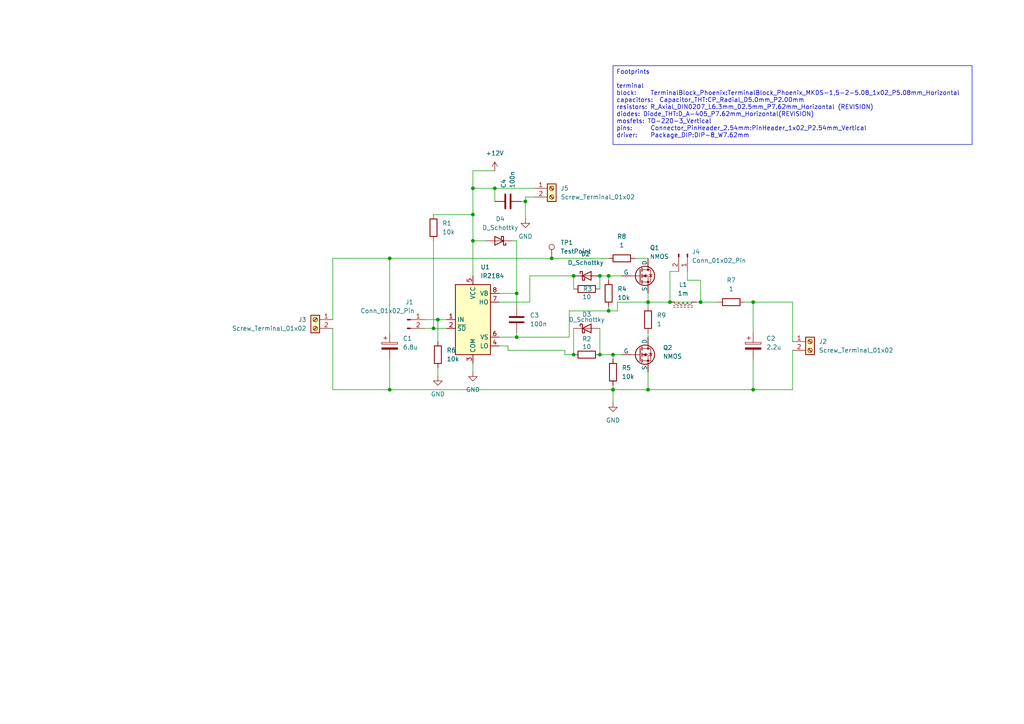
<source format=kicad_sch>
(kicad_sch (version 20250114) (generator "eeschema") (generator_version "9.0")
  (paper "A4")
  (lib_symbols
    (symbol "Connector:Conn_01x02_Pin" (pin_names (offset 1.016) (hide yes))
      (property "Reference" "J" (at 0 2.54 0))
      (property "Value" "Conn_01x02_Pin" (at 0 -5.08 0))
      (symbol "Conn_01x02_Pin_1_1"
        (rectangle (start 0.8636 0.127) (end 0 -0.127) (stroke (width 0.1524)) (fill (type outline)))
        (rectangle (start 0.8636 -2.413) (end 0 -2.667) (stroke (width 0.1524)) (fill (type outline)))
        (polyline (pts (xy 1.27 0) (xy 0.8636 0)) (stroke (width 0.1524)))
        (polyline (pts (xy 1.27 -2.54) (xy 0.8636 -2.54)) (stroke (width 0.1524)))
        (pin passive line (at 5.08 0 180) (length 3.81) (name "Pin_1") (number "1"))
        (pin passive line (at 5.08 -2.54 180) (length 3.81) (name "Pin_2") (number "2"))
      )
    )
    (symbol "Connector:Screw_Terminal_01x02" (pin_names (offset 1.016) (hide yes))
      (property "Reference" "J" (at 0 2.54 0))
      (property "Value" "Screw_Terminal_01x02" (at 0 -5.08 0))
      (symbol "Screw_Terminal_01x02_1_1"
        (rectangle (start -1.27 1.27) (end 1.27 -3.81) (stroke (width 0.254)) (fill (type background)))
        (polyline (pts (xy -0.5334 0.3302) (xy 0.3302 -0.508)) (stroke (width 0.1524)))
        (polyline (pts (xy -0.5334 -2.2098) (xy 0.3302 -3.048)) (stroke (width 0.1524)))
        (polyline (pts (xy -0.3556 0.508) (xy 0.508 -0.3302)) (stroke (width 0.1524)))
        (polyline (pts (xy -0.3556 -2.032) (xy 0.508 -2.8702)) (stroke (width 0.1524)))
        (circle (center 0 0) (radius 0.635) (stroke (width 0.1524)))
        (circle (center 0 -2.54) (radius 0.635) (stroke (width 0.1524)))
        (pin passive line (at -5.08 0 0) (length 3.81) (name "Pin_1") (number "1"))
        (pin passive line (at -5.08 -2.54 0) (length 3.81) (name "Pin_2") (number "2"))
      )
    )
    (symbol "Connector:TestPoint" (pin_numbers (hide yes)) (pin_names (offset 0.762) (hide yes))
      (property "Reference" "TP" (at 0 6.858 0))
      (property "Value" "TestPoint" (at 0 5.08 0))
      (symbol "TestPoint_0_1"
        (circle (center 0 3.302) (radius 0.762))
      )
      (symbol "TestPoint_1_1"
        (pin passive line (at 0 0 90) (length 2.54) (name "1") (number "1"))
      )
    )
    (symbol "Device:C" (pin_numbers (hide yes)) (pin_names (offset 0.254))
      (property "Reference" "C" (at 0.635 2.54 0))
      (property "Value" "C" (at 0.635 -2.54 0))
      (symbol "C_0_1"
        (polyline (pts (xy -2.032 0.762) (xy 2.032 0.762)) (stroke (width 0.508)))
        (polyline (pts (xy -2.032 -0.762) (xy 2.032 -0.762)) (stroke (width 0.508)))
      )
      (symbol "C_1_1"
        (pin passive line (at 0 3.81 270) (length 2.794) (name "~") (number "1"))
        (pin passive line (at 0 -3.81 90) (length 2.794) (name "~") (number "2"))
      )
    )
    (symbol "Device:C_Polarized" (pin_numbers (hide yes)) (pin_names (offset 0.254))
      (property "Reference" "C" (at 0.635 2.54 0))
      (property "Value" "C_Polarized" (at 0.635 -2.54 0))
      (symbol "C_Polarized_0_1"
        (rectangle (start -2.286 0.508) (end 2.286 1.016))
        (polyline (pts (xy -1.778 2.286) (xy -0.762 2.286)))
        (polyline (pts (xy -1.27 2.794) (xy -1.27 1.778)))
        (rectangle (start 2.286 -0.508) (end -2.286 -1.016) (fill (type outline)))
      )
      (symbol "C_Polarized_1_1"
        (pin passive line (at 0 3.81 270) (length 2.794) (name "~") (number "1"))
        (pin passive line (at 0 -3.81 90) (length 2.794) (name "~") (number "2"))
      )
    )
    (symbol "Device:D_Schottky" (pin_numbers (hide yes)) (pin_names (offset 1.016) (hide yes))
      (property "Reference" "D" (at 0 2.54 0))
      (property "Value" "D_Schottky" (at 0 -2.54 0))
      (symbol "D_Schottky_0_1"
        (polyline (pts (xy -1.905 0.635) (xy -1.905 1.27) (xy -1.27 1.27) (xy -1.27 -1.27) (xy -0.635 -1.27) (xy -0.635 -0.635)) (stroke (width 0.254)))
        (polyline (pts (xy 1.27 1.27) (xy 1.27 -1.27) (xy -1.27 0) (xy 1.27 1.27)) (stroke (width 0.254)))
        (polyline (pts (xy 1.27 0) (xy -1.27 0)))
      )
      (symbol "D_Schottky_1_1"
        (pin passive line (at -3.81 0 0) (length 2.54) (name "K") (number "1"))
        (pin passive line (at 3.81 0 180) (length 2.54) (name "A") (number "2"))
      )
    )
    (symbol "Device:L_Ferrite" (pin_numbers (hide yes)) (pin_names (offset 1.016) (hide yes))
      (property "Reference" "L" (at -1.27 0 90))
      (property "Value" "L_Ferrite" (at 2.794 0 90))
      (symbol "L_Ferrite_0_1"
        (arc (start 0 2.54) (mid 0.6323 1.905) (end 0 1.27))
        (arc (start 0 1.27) (mid 0.6323 0.635) (end 0 0))
        (arc (start 0 0) (mid 0.6323 -0.635) (end 0 -1.27))
        (arc (start 0 -1.27) (mid 0.6323 -1.905) (end 0 -2.54))
        (polyline (pts (xy 1.016 2.286) (xy 1.016 2.794)))
        (polyline (pts (xy 1.016 1.27) (xy 1.016 1.778)))
        (polyline (pts (xy 1.016 0.254) (xy 1.016 0.762)))
        (polyline (pts (xy 1.016 -0.762) (xy 1.016 -0.254)))
        (polyline (pts (xy 1.016 -1.778) (xy 1.016 -1.27)))
        (polyline (pts (xy 1.016 -2.794) (xy 1.016 -2.286)))
        (polyline (pts (xy 1.524 2.794) (xy 1.524 2.286)))
        (polyline (pts (xy 1.524 1.778) (xy 1.524 1.27)))
        (polyline (pts (xy 1.524 0.762) (xy 1.524 0.254)))
        (polyline (pts (xy 1.524 -0.254) (xy 1.524 -0.762)))
        (polyline (pts (xy 1.524 -1.27) (xy 1.524 -1.778)))
        (polyline (pts (xy 1.524 -2.286) (xy 1.524 -2.794)))
      )
      (symbol "L_Ferrite_1_1"
        (pin passive line (at 0 3.81 270) (length 1.27) (name "1") (number "1"))
        (pin passive line (at 0 -3.81 90) (length 1.27) (name "2") (number "2"))
      )
    )
    (symbol "Device:R" (pin_numbers (hide yes)) (pin_names (offset 0))
      (property "Reference" "R" (at 2.032 0 90))
      (property "Value" "R" (at 0 0 90))
      (symbol "R_0_1"
        (rectangle (start -1.016 -2.54) (end 1.016 2.54) (stroke (width 0.254)))
      )
      (symbol "R_1_1"
        (pin passive line (at 0 3.81 270) (length 1.27) (name "~") (number "1"))
        (pin passive line (at 0 -3.81 90) (length 1.27) (name "~") (number "2"))
      )
    )
    (symbol "Driver_FET:IR2184"
      (property "Reference" "U" (at 1.27 13.335 0))
      (property "Value" "IR2184" (at 1.27 11.43 0))
      (symbol "IR2184_0_1"
        (rectangle (start -5.08 -10.16) (end 5.08 10.16) (stroke (width 0.254)) (fill (type background)))
      )
      (symbol "IR2184_1_1"
        (pin input line (at -7.62 0 0) (length 2.54) (name "IN") (number "1"))
        (pin input line (at -7.62 -2.54 0) (length 2.54) (name "~{SD}") (number "2"))
        (pin power_in line (at 0 12.7 270) (length 2.54) (name "VCC") (number "5"))
        (pin power_in line (at 0 -12.7 90) (length 2.54) (name "COM") (number "3"))
        (pin passive line (at 7.62 7.62 180) (length 2.54) (name "VB") (number "8"))
        (pin output line (at 7.62 5.08 180) (length 2.54) (name "HO") (number "7"))
        (pin passive line (at 7.62 -5.08 180) (length 2.54) (name "VS") (number "6"))
        (pin output line (at 7.62 -7.62 180) (length 2.54) (name "LO") (number "4"))
      )
    )
    (symbol "Simulation_SPICE:NMOS" (pin_numbers (hide yes)) (pin_names (offset 0))
      (property "Reference" "Q" (at 5.08 1.27 0))
      (property "Value" "NMOS" (at 5.08 -1.27 0))
      (symbol "NMOS_0_1"
        (polyline (pts (xy 0.254 1.905) (xy 0.254 -1.905)) (stroke (width 0.254)))
        (polyline (pts (xy 0.254 0) (xy -2.54 0)))
        (polyline (pts (xy 0.762 2.286) (xy 0.762 1.27)) (stroke (width 0.254)))
        (polyline (pts (xy 0.762 0.508) (xy 0.762 -0.508)) (stroke (width 0.254)))
        (polyline (pts (xy 0.762 -1.27) (xy 0.762 -2.286)) (stroke (width 0.254)))
        (polyline (pts (xy 0.762 -1.778) (xy 3.302 -1.778) (xy 3.302 1.778) (xy 0.762 1.778)))
        (polyline (pts (xy 1.016 0) (xy 2.032 0.381) (xy 2.032 -0.381) (xy 1.016 0)) (fill (type outline)))
        (circle (center 1.651 0) (radius 2.794) (stroke (width 0.254)))
        (polyline (pts (xy 2.54 2.54) (xy 2.54 1.778)))
        (circle (center 2.54 1.778) (radius 0.254) (fill (type outline)))
        (circle (center 2.54 -1.778) (radius 0.254) (fill (type outline)))
        (polyline (pts (xy 2.54 -2.54) (xy 2.54 0) (xy 0.762 0)))
        (polyline (pts (xy 2.794 0.508) (xy 2.921 0.381) (xy 3.683 0.381) (xy 3.81 0.254)))
        (polyline (pts (xy 3.302 0.381) (xy 2.921 -0.254) (xy 3.683 -0.254) (xy 3.302 0.381)))
      )
      (symbol "NMOS_1_1"
        (pin input line (at -5.08 0 0) (length 2.54) (name "G") (number "2"))
        (pin passive line (at 2.54 5.08 270) (length 2.54) (name "D") (number "1"))
        (pin passive line (at 2.54 -5.08 90) (length 2.54) (name "S") (number "3"))
      )
    )
    (symbol "power:+12V" (power) (pin_numbers (hide yes)) (pin_names (offset 0) (hide yes))
      (property "Value" "+12V" (at 0 3.556 0))
      (symbol "+12V_0_1"
        (polyline (pts (xy -0.762 1.27) (xy 0 2.54)))
        (polyline (pts (xy 0 2.54) (xy 0.762 1.27)))
        (polyline (pts (xy 0 0) (xy 0 2.54)))
      )
      (symbol "+12V_1_1"
        (pin power_in line (at 0 0 90) (length 0) (name "~") (number "1"))
      )
    )
    (symbol "power:GND" (power) (pin_numbers (hide yes)) (pin_names (offset 0) (hide yes))
      (property "Value" "GND" (at 0 -3.81 0))
      (symbol "GND_0_1"
        (polyline (pts (xy 0 0) (xy 0 -1.27) (xy 1.27 -1.27) (xy 0 -2.54) (xy -1.27 -1.27) (xy 0 -1.27)))
      )
      (symbol "GND_1_1"
        (pin power_in line (at 0 0 270) (length 0) (name "~") (number "1"))
      )
    )
  )
  (text_box "Footprints \n\nterminal block:	TerminalBlock_Phoenix:TerminalBlock_Phoenix_MKDS-1,5-2-5.08_1x02_P5.08mm_Horizontal \ncapacitors:  Capacitor_THT:CP_Radial_D5.0mm_P2.00mm \nresistors: R_Axial_DIN0207_L6.3mm_D2.5mm_P7.62mm_Horizontal (REVISION)\ndiodes: Diode_THT:D_A-405_P7.62mm_Horizontal(REVISION)\nmosfets: TO-220-3_Vertical\npins:	Connector_PinHeader_2.54mm:PinHeader_1x02_P2.54mm_Vertical\ndriver:	Package_DIP:DIP-8_W7.62mm" (at 177.8 19.05 0) (size 104.14 22.86) (margins 0.9525 0.9525 0.9525 0.9525) (effects (font (size 1.27 1.27)) (justify left top)))
  (junction (at 127 92.71))
  (junction (at 125.73 95.25))
  (junction (at 218.44 87.63))
  (junction (at 137.16 62.23))
  (junction (at 143.51 54.61))
  (junction (at 166.37 80.01))
  (junction (at 160.02 74.93))
  (junction (at 187.96 113.03))
  (junction (at 113.03 113.03))
  (junction (at 194.31 87.63))
  (junction (at 177.8 113.03))
  (junction (at 137.16 54.61))
  (junction (at 152.4 58.42))
  (junction (at 113.03 74.93))
  (junction (at 187.96 87.63))
  (junction (at 173.99 80.01))
  (junction (at 137.16 69.85))
  (junction (at 218.44 113.03))
  (junction (at 149.86 85.09))
  (junction (at 149.86 97.79))
  (junction (at 176.53 80.01))
  (junction (at 203.2 87.63))
  (junction (at 173.99 102.87))
  (junction (at 176.53 90.17))
  (junction (at 166.37 102.87))
  (junction (at 177.8 102.87))
  (wire (pts (xy 187.96 107.95) (xy 187.96 113.03)))
  (wire (pts (xy 177.8 113.03) (xy 177.8 116.84)))
  (wire (pts (xy 229.87 99.06) (xy 229.87 87.63)))
  (wire (pts (xy 127 92.71) (xy 129.54 92.71)))
  (wire (pts (xy 176.53 80.01) (xy 173.99 80.01)))
  (wire (pts (xy 144.78 87.63) (xy 153.67 87.63)))
  (wire (pts (xy 123.19 92.71) (xy 127 92.71)))
  (wire (pts (xy 149.86 97.79) (xy 165.1 97.79)))
  (wire (pts (xy 194.31 78.74) (xy 194.31 87.63)))
  (wire (pts (xy 143.51 54.61) (xy 154.94 54.61)))
  (wire (pts (xy 199.39 78.74) (xy 199.39 81.28)))
  (wire (pts (xy 166.37 95.25) (xy 166.37 102.87)))
  (wire (pts (xy 176.53 81.28) (xy 176.53 80.01)))
  (wire (pts (xy 203.2 81.28) (xy 203.2 87.63)))
  (wire (pts (xy 187.96 87.63) (xy 187.96 88.9)))
  (wire (pts (xy 144.78 97.79) (xy 149.86 97.79)))
  (wire (pts (xy 196.85 78.74) (xy 194.31 78.74)))
  (wire (pts (xy 200.66 87.63) (xy 194.31 87.63)))
  (wire (pts (xy 151.13 58.42) (xy 152.4 58.42)))
  (wire (pts (xy 152.4 57.15) (xy 154.94 57.15)))
  (wire (pts (xy 187.96 87.63) (xy 194.31 87.63)))
  (wire (pts (xy 177.8 113.03) (xy 187.96 113.03)))
  (wire (pts (xy 96.52 113.03) (xy 113.03 113.03)))
  (wire (pts (xy 137.16 69.85) (xy 140.97 69.85)))
  (wire (pts (xy 173.99 95.25) (xy 173.99 102.87)))
  (wire (pts (xy 218.44 87.63) (xy 218.44 96.52)))
  (wire (pts (xy 127 109.22) (xy 127 106.68)))
  (wire (pts (xy 149.86 69.85) (xy 149.86 85.09)))
  (wire (pts (xy 229.87 113.03) (xy 218.44 113.03)))
  (wire (pts (xy 137.16 54.61) (xy 137.16 62.23)))
  (wire (pts (xy 173.99 102.87) (xy 177.8 102.87)))
  (wire (pts (xy 96.52 74.93) (xy 96.52 92.71)))
  (wire (pts (xy 125.73 69.85) (xy 125.73 95.25)))
  (wire (pts (xy 165.1 90.17) (xy 176.53 90.17)))
  (wire (pts (xy 179.07 87.63) (xy 187.96 87.63)))
  (wire (pts (xy 215.9 87.63) (xy 218.44 87.63)))
  (wire (pts (xy 149.86 96.52) (xy 149.86 97.79)))
  (wire (pts (xy 143.51 54.61) (xy 143.51 58.42)))
  (wire (pts (xy 127 92.71) (xy 127 99.06)))
  (wire (pts (xy 148.59 69.85) (xy 149.86 69.85)))
  (wire (pts (xy 113.03 74.93) (xy 113.03 96.52)))
  (wire (pts (xy 165.1 97.79) (xy 165.1 90.17)))
  (wire (pts (xy 144.78 85.09) (xy 149.86 85.09)))
  (wire (pts (xy 125.73 62.23) (xy 137.16 62.23)))
  (wire (pts (xy 137.16 54.61) (xy 143.51 54.61)))
  (wire (pts (xy 137.16 69.85) (xy 137.16 80.01)))
  (wire (pts (xy 176.53 88.9) (xy 176.53 90.17)))
  (wire (pts (xy 177.8 102.87) (xy 180.34 102.87)))
  (wire (pts (xy 125.73 95.25) (xy 129.54 95.25)))
  (wire (pts (xy 184.15 74.93) (xy 187.96 74.93)))
  (wire (pts (xy 137.16 49.53) (xy 137.16 54.61)))
  (wire (pts (xy 147.32 100.33) (xy 147.32 101.6)))
  (wire (pts (xy 229.87 101.6) (xy 229.87 113.03)))
  (wire (pts (xy 179.07 90.17) (xy 179.07 87.63)))
  (wire (pts (xy 153.67 87.63) (xy 153.67 80.01)))
  (wire (pts (xy 218.44 104.14) (xy 218.44 113.03)))
  (wire (pts (xy 144.78 100.33) (xy 147.32 100.33)))
  (wire (pts (xy 137.16 107.95) (xy 137.16 105.41)))
  (wire (pts (xy 173.99 83.82) (xy 173.99 80.01)))
  (wire (pts (xy 149.86 88.9) (xy 149.86 85.09)))
  (wire (pts (xy 152.4 63.5) (xy 152.4 58.42)))
  (wire (pts (xy 166.37 80.01) (xy 166.37 83.82)))
  (wire (pts (xy 177.8 111.76) (xy 177.8 113.03)))
  (wire (pts (xy 113.03 113.03) (xy 177.8 113.03)))
  (wire (pts (xy 176.53 90.17) (xy 179.07 90.17)))
  (wire (pts (xy 137.16 49.53) (xy 143.51 49.53)))
  (wire (pts (xy 113.03 104.14) (xy 113.03 113.03)))
  (wire (pts (xy 147.32 101.6) (xy 163.83 101.6)))
  (wire (pts (xy 199.39 81.28) (xy 203.2 81.28)))
  (wire (pts (xy 187.96 85.09) (xy 187.96 87.63)))
  (wire (pts (xy 152.4 58.42) (xy 152.4 57.15)))
  (wire (pts (xy 176.53 80.01) (xy 180.34 80.01)))
  (wire (pts (xy 153.67 80.01) (xy 166.37 80.01)))
  (wire (pts (xy 113.03 74.93) (xy 96.52 74.93)))
  (wire (pts (xy 229.87 87.63) (xy 218.44 87.63)))
  (wire (pts (xy 187.96 113.03) (xy 218.44 113.03)))
  (wire (pts (xy 187.96 96.52) (xy 187.96 97.79)))
  (wire (pts (xy 137.16 62.23) (xy 137.16 69.85)))
  (wire (pts (xy 123.19 95.25) (xy 125.73 95.25)))
  (wire (pts (xy 160.02 74.93) (xy 176.53 74.93)))
  (wire (pts (xy 203.2 87.63) (xy 208.28 87.63)))
  (wire (pts (xy 201.93 87.63) (xy 203.2 87.63)))
  (wire (pts (xy 113.03 74.93) (xy 160.02 74.93)))
  (wire (pts (xy 177.8 104.14) (xy 177.8 102.87)))
  (wire (pts (xy 96.52 95.25) (xy 96.52 113.03)))
  (wire (pts (xy 163.83 101.6) (xy 163.83 102.87)))
  (wire (pts (xy 163.83 102.87) (xy 166.37 102.87)))
  (symbol (lib_id "power:GND") (at 177.8 116.84 0) (unit 1)
    (property "Reference" "#PWR03" (effects (hide yes)))
    (property "Value" "GND" (at 177.8 121.92 0))
    (property "Description" "Power symbol creates a global label with name \"GND\" , ground" (effects (hide yes)))
  )
  (symbol (lib_id "Connector:TestPoint") (at 160.02 74.93 0) (unit 1)
    (property "Reference" "TP1" (at 162.56 70.3579 0) (effects (justify left)))
    (property "Value" "TestPoint" (at 162.56 72.8979 0) (effects (justify left)))
    (property "Footprint" "TestPoint:TestPoint_Bridge_Pitch2.54mm_Drill0.7mm" (effects (hide yes)))
    (property "Description" "test point" (effects (hide yes)))
  )
  (symbol (lib_id "Connector:Conn_01x02_Pin") (at 199.39 73.66 270) (unit 1)
    (property "Reference" "J4" (at 200.66 73.0249 90) (effects (justify left)))
    (property "Value" "Conn_01x02_Pin" (at 200.66 75.5649 90) (effects (justify left)))
    (property "Footprint" "Connector_PinHeader_2.54mm:PinHeader_1x02_P2.54mm_Vertical" (effects (hide yes)))
    (property "Description" "Generic connector, single row, 01x02, script generated" (effects (hide yes)))
  )
  (symbol (lib_id "Device:R") (at 125.73 66.04 0) (unit 1)
    (property "Reference" "R1" (at 128.27 64.7699 0) (effects (justify left)))
    (property "Value" "10k" (at 128.27 67.3099 0) (effects (justify left)))
    (property "Footprint" "Resistor_THT:R_Axial_DIN0207_L6.3mm_D2.5mm_P7.62mm_Horizontal" (effects (hide yes)))
    (property "Description" "Resistor" (effects (hide yes)))
  )
  (symbol (lib_id "Device:C") (at 149.86 92.71 0) (unit 1)
    (property "Reference" "C3" (at 153.67 91.4399 0) (effects (justify left)))
    (property "Value" "100n" (at 153.67 93.9799 0) (effects (justify left)))
    (property "Footprint" "Capacitor_THT:CP_Radial_D5.0mm_P2.00mm" (effects (hide yes)))
    (property "Description" "Unpolarized capacitor" (effects (hide yes)))
  )
  (symbol (lib_id "Device:D_Schottky") (at 144.78 69.85 180) (unit 1)
    (property "Reference" "D4" (at 145.0975 63.5 0))
    (property "Value" "D_Schottky" (at 145.0975 66.04 0))
    (property "Footprint" "Diode_THT:D_A-405_P7.62mm_Horizontal" (effects (hide yes)))
    (property "Description" "Schottky diode" (effects (hide yes)))
  )
  (symbol (lib_id "Connector:Conn_01x02_Pin") (at 118.11 92.71 0) (unit 1)
    (property "Reference" "J1" (at 118.745 87.63 0))
    (property "Value" "Conn_01x02_Pin" (at 112.395 90.17 0))
    (property "Footprint" "Connector_PinHeader_2.54mm:PinHeader_1x02_P2.54mm_Vertical" (effects (hide yes)))
    (property "Description" "Generic connector, single row, 01x02, script generated" (effects (hide yes)))
  )
  (symbol (lib_id "Device:D_Schottky") (at 170.18 95.25 0) (unit 1)
    (property "Reference" "D3" (at 170.18 91.186 0))
    (property "Value" "D_Schottky" (at 170.18 92.71 0))
    (property "Footprint" "Diode_THT:D_A-405_P7.62mm_Horizontal" (effects (hide yes)))
    (property "Description" "Schottky diode" (effects (hide yes)))
  )
  (symbol (lib_id "Device:L_Ferrite") (at 198.12 87.63 270) (unit 1)
    (property "Reference" "L1" (at 198.12 82.55 90))
    (property "Value" "1m" (at 198.12 85.09 90))
    (property "Footprint" "BUCK_INDUCTOR:buck_inductor" (effects (hide yes)))
    (property "Description" "Inductor with ferrite core" (effects (hide yes)))
  )
  (symbol (lib_id "Device:R") (at 176.53 85.09 0) (unit 1)
    (property "Reference" "R4" (at 179.07 83.8199 0) (effects (justify left)))
    (property "Value" "10k" (at 179.07 86.3599 0) (effects (justify left)))
    (property "Footprint" "Resistor_THT:R_Axial_DIN0207_L6.3mm_D2.5mm_P7.62mm_Horizontal" (effects (hide yes)))
    (property "Description" "Resistor" (effects (hide yes)))
  )
  (symbol (lib_id "power:+12V") (at 143.51 49.53 0) (unit 1)
    (property "Reference" "#PWR01" (effects (hide yes)))
    (property "Value" "+12V" (at 143.51 44.45 0))
    (property "Description" "Power symbol creates a global label with name \"+12V\"" (effects (hide yes)))
  )
  (symbol (lib_id "Device:R") (at 127 102.87 0) (unit 1)
    (property "Reference" "R6" (at 129.54 101.5999 0) (effects (justify left)))
    (property "Value" "10k" (at 129.54 104.1399 0) (effects (justify left)))
    (property "Footprint" "Resistor_THT:R_Axial_DIN0207_L6.3mm_D2.5mm_P7.62mm_Horizontal" (effects (hide yes)))
    (property "Description" "Resistor" (effects (hide yes)))
  )
  (symbol (lib_id "Connector:Screw_Terminal_01x02") (at 160.02 54.61 0) (unit 1)
    (property "Reference" "J5" (at 162.56 54.6099 0) (effects (justify left)))
    (property "Value" "Screw_Terminal_01x02" (at 162.56 57.1499 0) (effects (justify left)))
    (property "Footprint" "TerminalBlock_Phoenix:TerminalBlock_Phoenix_MKDS-1,5-2-5.08_1x02_P5.08mm_Horizontal" (effects (hide yes)))
    (property "Description" "Generic screw terminal, single row, 01x02, script generated (kicad-library-utils/schlib/autogen/connector/)" (effects (hide yes)))
  )
  (symbol (lib_id "Device:C") (at 147.32 58.42 90) (unit 1)
    (property "Reference" "C4" (at 146.0499 54.61 0) (effects (justify left)))
    (property "Value" "100n" (at 148.5899 54.61 0) (effects (justify left)))
    (property "Footprint" "Capacitor_THT:CP_Radial_D5.0mm_P2.00mm" (effects (hide yes)))
    (property "Description" "Unpolarized capacitor" (effects (hide yes)))
  )
  (symbol (lib_id "Device:R") (at 170.18 102.87 90) (unit 1)
    (property "Reference" "R2" (at 170.18 98.298 90))
    (property "Value" "10" (at 170.18 100.584 90))
    (property "Footprint" "R_Axial_DIN0207_L6.3mm_D2.5mm_P7.62mm_Horizontal" (effects (hide yes)))
    (property "Description" "Resistor" (effects (hide yes)))
  )
  (symbol (lib_id "Device:R") (at 170.18 83.82 90) (unit 1)
    (property "Reference" "R3" (at 170.434 83.82 90))
    (property "Value" "10" (at 170.18 86.106 90))
    (property "Footprint" "R_Axial_DIN0207_L6.3mm_D2.5mm_P7.62mm_Horizontal" (effects (hide yes)))
    (property "Description" "Resistor" (effects (hide yes)))
  )
  (symbol (lib_id "Simulation_SPICE:NMOS") (at 185.42 102.87 0) (unit 1)
    (property "Reference" "Q2" (at 192.278 100.838 0) (effects (justify left)))
    (property "Value" "NMOS" (at 192.278 103.378 0) (effects (justify left)))
    (property "Footprint" "Package_TO_SOT_THT:TO-220-3_Vertical" (effects (hide yes)))
    (property "Datasheet" "https://ngspice.sourceforge.io/docs/ngspice-html-manual/manual.xhtml#cha_MOSFETs" (effects (hide yes)))
    (property "Description" "N-MOSFET transistor, drain/source/gate" (effects (hide yes)))
    (property "Sim.Device" "NMOS" (effects (hide yes)))
    (property "Sim.Type" "VDMOS" (effects (hide yes)))
    (property "Sim.Pins" "1=D 2=G 3=S" (effects (hide yes)))
  )
  (symbol (lib_id "Device:R") (at 177.8 107.95 0) (unit 1)
    (property "Reference" "R5" (at 180.34 106.6799 0) (effects (justify left)))
    (property "Value" "10k" (at 180.34 109.2199 0) (effects (justify left)))
    (property "Footprint" "R_Axial_DIN0207_L6.3mm_D2.5mm_P7.62mm_Horizontal" (effects (hide yes)))
    (property "Description" "Resistor" (effects (hide yes)))
  )
  (symbol (lib_id "Device:C_Polarized") (at 113.03 100.33 0) (unit 1)
    (property "Reference" "C1" (at 116.84 98.1709 0) (effects (justify left)))
    (property "Value" "6.8u" (at 116.84 100.7109 0) (effects (justify left)))
    (property "Footprint" "Capacitor_THT:CP_Radial_D5.0mm_P2.00mm" (effects (hide yes)))
    (property "Description" "Polarized capacitor" (effects (hide yes)))
  )
  (symbol (lib_id "Device:R") (at 187.96 92.71 180) (unit 1)
    (property "Reference" "R9" (at 190.5 91.4399 0) (effects (justify right)))
    (property "Value" "1" (at 190.5 93.9799 0) (effects (justify right)))
    (property "Footprint" "Resistor_THT:R_Axial_DIN0207_L6.3mm_D2.5mm_P7.62mm_Horizontal" (effects (hide yes)))
    (property "Description" "Resistor" (effects (hide yes)))
  )
  (symbol (lib_id "Connector:Screw_Terminal_01x02") (at 91.44 92.71 0) (mirror y) (unit 1)
    (property "Reference" "J3" (at 88.9 92.7099 0) (effects (justify left)))
    (property "Value" "Screw_Terminal_01x02" (at 88.9 95.2499 0) (effects (justify left)))
    (property "Footprint" "TerminalBlock_Phoenix:TerminalBlock_Phoenix_MKDS-1,5-2-5.08_1x02_P5.08mm_Horizontal" (effects (hide yes)))
    (property "Description" "Generic screw terminal, single row, 01x02, script generated (kicad-library-utils/schlib/autogen/connector/)" (effects (hide yes)))
  )
  (symbol (lib_id "Device:R") (at 212.09 87.63 90) (unit 1)
    (property "Reference" "R7" (at 212.09 81.28 90))
    (property "Value" "1" (at 212.09 83.82 90))
    (property "Footprint" "Resistor_THT:R_Axial_DIN0207_L6.3mm_D2.5mm_P7.62mm_Horizontal" (effects (hide yes)))
    (property "Description" "Resistor" (effects (hide yes)))
  )
  (symbol (lib_id "Device:C_Polarized") (at 218.44 100.33 0) (unit 1)
    (property "Reference" "C2" (at 222.25 98.1709 0) (effects (justify left)))
    (property "Value" "2.2u" (at 222.25 100.7109 0) (effects (justify left)))
    (property "Footprint" "Capacitor_THT:CP_Radial_D5.0mm_P2.00mm" (effects (hide yes)))
    (property "Description" "Polarized capacitor" (effects (hide yes)))
  )
  (symbol (lib_id "Device:R") (at 180.34 74.93 90) (unit 1)
    (property "Reference" "R8" (at 180.34 68.58 90))
    (property "Value" "1" (at 180.34 71.12 90))
    (property "Footprint" "Resistor_THT:R_Axial_DIN0207_L6.3mm_D2.5mm_P7.62mm_Horizontal" (effects (hide yes)))
    (property "Description" "Resistor" (effects (hide yes)))
  )
  (symbol (lib_id "Simulation_SPICE:NMOS") (at 185.42 80.01 0) (unit 1)
    (property "Reference" "Q1" (at 188.468 71.882 0) (effects (justify left)))
    (property "Value" "NMOS" (at 188.468 74.422 0) (effects (justify left)))
    (property "Footprint" "Package_TO_SOT_THT:TO-220-3_Vertical" (effects (hide yes)))
    (property "Datasheet" "https://ngspice.sourceforge.io/docs/ngspice-html-manual/manual.xhtml#cha_MOSFETs" (effects (hide yes)))
    (property "Description" "N-MOSFET transistor, drain/source/gate" (effects (hide yes)))
    (property "Sim.Device" "NMOS" (effects (hide yes)))
    (property "Sim.Type" "VDMOS" (effects (hide yes)))
    (property "Sim.Pins" "1=D 2=G 3=S" (effects (hide yes)))
  )
  (symbol (lib_id "Driver_FET:IR2184") (at 137.16 92.71 0) (unit 1)
    (property "Reference" "U1" (at 139.3541 77.47 0) (effects (justify left)))
    (property "Value" "IR2184" (at 139.3541 80.01 0) (effects (justify left)))
    (property "Footprint" "Package_SO:SOIC-8_3.9x4.9mm_P1.27mm" (effects (hide yes)))
    (property "Datasheet" "https://www.infineon.com/dgdl/ir2184.pdf?fileId=5546d462533600a4015355c955e616d4" (effects (hide yes)))
    (property "Description" "Half-Bridge Driver, 600V, 1.4/1.8A, PDIP-8/SOIC-8" (effects (hide yes)))
  )
  (symbol (lib_id "Connector:Screw_Terminal_01x02") (at 234.95 99.06 0) (unit 1)
    (property "Reference" "J2" (at 237.49 99.0599 0) (effects (justify left)))
    (property "Value" "Screw_Terminal_01x02" (at 237.49 101.5999 0) (effects (justify left)))
    (property "Footprint" "TerminalBlock_Phoenix:TerminalBlock_Phoenix_MKDS-1,5-2-5.08_1x02_P5.08mm_Horizontal" (effects (hide yes)))
    (property "Description" "Generic screw terminal, single row, 01x02, script generated (kicad-library-utils/schlib/autogen/connector/)" (effects (hide yes)))
  )
  (symbol (lib_id "Device:D_Schottky") (at 170.18 80.01 0) (unit 1)
    (property "Reference" "D2" (at 169.8625 73.66 0))
    (property "Value" "D_Schottky" (at 169.8625 76.2 0))
    (property "Footprint" "Diode_THT:D_A-405_P7.62mm_Horizontal" (effects (hide yes)))
    (property "Description" "Schottky diode" (effects (hide yes)))
  )
  (symbol (lib_id "power:GND") (at 127 109.22 0) (unit 1)
    (property "Reference" "#PWR04" (effects (hide yes)))
    (property "Value" "GND" (at 127 114.3 0))
    (property "Description" "Power symbol creates a global label with name \"GND\" , ground" (effects (hide yes)))
  )
  (symbol (lib_id "power:GND") (at 152.4 63.5 0) (unit 1)
    (property "Reference" "#PWR05" (effects (hide yes)))
    (property "Value" "GND" (at 152.4 68.58 0))
    (property "Description" "Power symbol creates a global label with name \"GND\" , ground" (effects (hide yes)))
  )
  (symbol (lib_id "power:GND") (at 137.16 107.95 0) (unit 1)
    (property "Reference" "#PWR02" (effects (hide yes)))
    (property "Value" "GND" (at 137.16 113.03 0))
    (property "Description" "Power symbol creates a global label with name \"GND\" , ground" (effects (hide yes)))
  )
)
</source>
